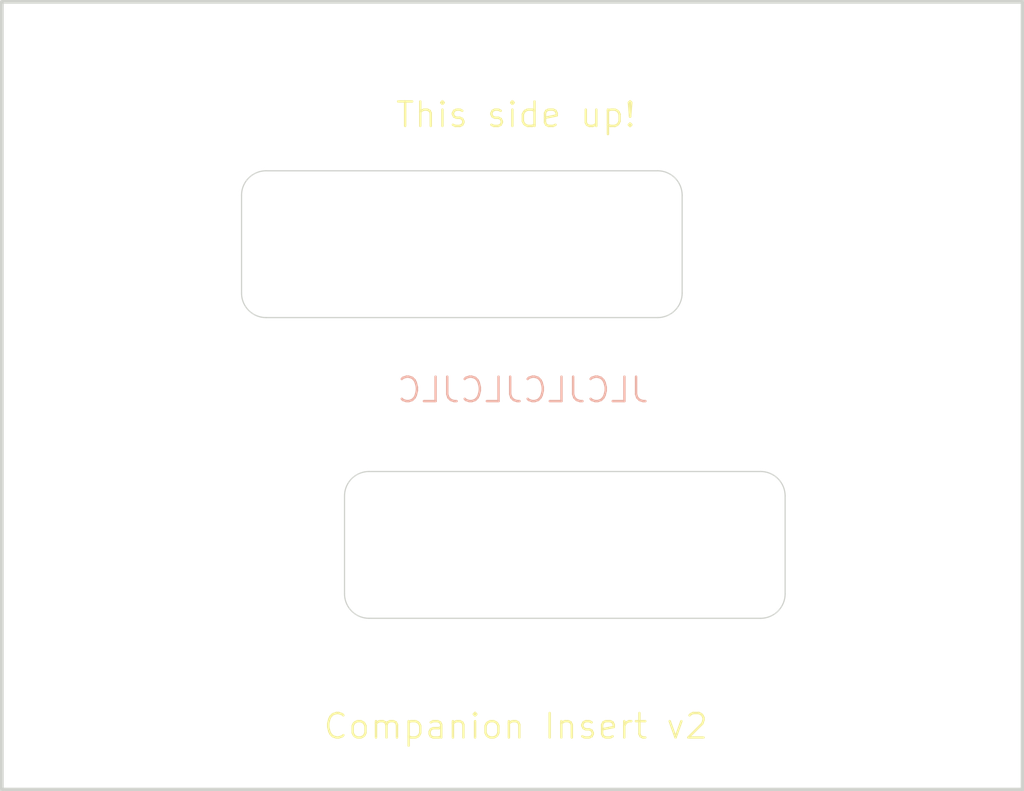
<source format=kicad_pcb>
(kicad_pcb (version 20221018) (generator pcbnew)

  (general
    (thickness 1.6)
  )

  (paper "A4")
  (layers
    (0 "F.Cu" signal)
    (31 "B.Cu" signal)
    (32 "B.Adhes" user "B.Adhesive")
    (33 "F.Adhes" user "F.Adhesive")
    (34 "B.Paste" user)
    (35 "F.Paste" user)
    (36 "B.SilkS" user "B.Silkscreen")
    (37 "F.SilkS" user "F.Silkscreen")
    (38 "B.Mask" user)
    (39 "F.Mask" user)
    (40 "Dwgs.User" user "User.Drawings")
    (41 "Cmts.User" user "User.Comments")
    (42 "Eco1.User" user "User.Eco1")
    (44 "Edge.Cuts" user)
    (45 "Margin" user)
    (46 "B.CrtYd" user "B.Courtyard")
    (47 "F.CrtYd" user "F.Courtyard")
    (48 "B.Fab" user)
    (49 "F.Fab" user)
  )

  (setup
    (stackup
      (layer "F.SilkS" (type "Top Silk Screen"))
      (layer "F.Paste" (type "Top Solder Paste"))
      (layer "F.Mask" (type "Top Solder Mask") (thickness 0.01))
      (layer "F.Cu" (type "copper") (thickness 0.035))
      (layer "dielectric 1" (type "core") (thickness 1.51) (material "FR4") (epsilon_r 4.5) (loss_tangent 0.02))
      (layer "B.Cu" (type "copper") (thickness 0.035))
      (layer "B.Mask" (type "Bottom Solder Mask") (thickness 0.01))
      (layer "B.Paste" (type "Bottom Solder Paste"))
      (layer "B.SilkS" (type "Bottom Silk Screen"))
      (copper_finish "None")
      (dielectric_constraints no)
    )
    (pad_to_mask_clearance 0.05)
    (solder_mask_min_width 0.2)
    (allow_soldermask_bridges_in_footprints yes)
    (aux_axis_origin 99.2 136.8)
    (grid_origin 99.2 136.8)
    (pcbplotparams
      (layerselection 0x00010fc_ffffffff)
      (plot_on_all_layers_selection 0x0000000_00000000)
      (disableapertmacros false)
      (usegerberextensions false)
      (usegerberattributes false)
      (usegerberadvancedattributes false)
      (creategerberjobfile false)
      (dashed_line_dash_ratio 12.000000)
      (dashed_line_gap_ratio 3.000000)
      (svgprecision 6)
      (plotframeref false)
      (viasonmask false)
      (mode 1)
      (useauxorigin false)
      (hpglpennumber 1)
      (hpglpenspeed 20)
      (hpglpendiameter 15.000000)
      (dxfpolygonmode true)
      (dxfimperialunits true)
      (dxfusepcbnewfont true)
      (psnegative false)
      (psa4output false)
      (plotreference true)
      (plotvalue false)
      (plotinvisibletext false)
      (sketchpadsonfab false)
      (subtractmaskfromsilk true)
      (outputformat 1)
      (mirror false)
      (drillshape 0)
      (scaleselection 1)
      (outputdirectory "./gerber-case")
    )
  )

  (net 0 "")

  (gr_line (start 140.9 136.8) (end 140.9 104.6)
    (stroke (width 0.15) (type solid)) (layer "Edge.Cuts") (tstamp 00000000-0000-0000-0000-00005c1ade13))
  (gr_line (start 131.2 128.8) (end 131.2 124.8)
    (stroke (width 0.05) (type default)) (layer "Edge.Cuts") (tstamp 0ffe1150-1ff3-49e5-b351-48f945795b22))
  (gr_line (start 125.992893 111.507107) (end 109.992893 111.507107)
    (stroke (width 0.05) (type default)) (layer "Edge.Cuts") (tstamp 19ee5ab6-3444-4c3d-8450-a4b570c9ac0f))
  (gr_line (start 109.992893 117.507107) (end 125.992893 117.507107)
    (stroke (width 0.05) (type default)) (layer "Edge.Cuts") (tstamp 1b06ed7e-00d5-45ac-acba-3af634052da8))
  (gr_arc (start 109.992893 117.507107) (mid 109.285786 117.214214) (end 108.992893 116.507107)
    (stroke (width 0.05) (type default)) (layer "Edge.Cuts") (tstamp 337b034f-a44b-4f8a-a828-80329e42b87b))
  (gr_line (start 108.992893 112.507107) (end 108.992893 116.507107)
    (stroke (width 0.05) (type default)) (layer "Edge.Cuts") (tstamp 367738ef-2ba3-44d6-84c7-8a0c4868797c))
  (gr_arc (start 113.2 124.8) (mid 113.492893 124.092893) (end 114.2 123.8)
    (stroke (width 0.05) (type default)) (layer "Edge.Cuts") (tstamp 3e758106-3f30-4c0e-a225-59eb34b6fde6))
  (gr_line (start 99.2 136.8) (end 140.9 136.8)
    (stroke (width 0.15) (type solid)) (layer "Edge.Cuts") (tstamp 554bd954-f976-4f28-aee1-7c9254bac3cc))
  (gr_arc (start 131.2 128.8) (mid 130.907107 129.507107) (end 130.2 129.8)
    (stroke (width 0.05) (type default)) (layer "Edge.Cuts") (tstamp 5fc003a8-fd64-48ac-9102-1a200fb6ee4a))
  (gr_arc (start 126.992893 116.507107) (mid 126.7 117.214214) (end 125.992893 117.507107)
    (stroke (width 0.05) (type default)) (layer "Edge.Cuts") (tstamp 65a8d685-4fe2-428a-b688-71a94437c768))
  (gr_arc (start 130.2 123.8) (mid 130.907107 124.092893) (end 131.2 124.8)
    (stroke (width 0.05) (type default)) (layer "Edge.Cuts") (tstamp 7aaf21dc-ae0e-4eb1-aedd-1049de843601))
  (gr_line (start 126.992893 116.507107) (end 126.992893 112.507107)
    (stroke (width 0.05) (type default)) (layer "Edge.Cuts") (tstamp 7b8946f0-a6fe-41f1-859d-19a08d8f8699))
  (gr_line (start 113.2 124.8) (end 113.2 128.8)
    (stroke (width 0.05) (type default)) (layer "Edge.Cuts") (tstamp 83e7a4c6-c40a-41d3-8159-1fe2327e2273))
  (gr_line (start 99.2 104.6) (end 140.9 104.6)
    (stroke (width 0.15) (type solid)) (layer "Edge.Cuts") (tstamp 937b79f6-2fe1-4390-a74c-e79285012a48))
  (gr_arc (start 114.2 129.8) (mid 113.492893 129.507107) (end 113.2 128.8)
    (stroke (width 0.05) (type default)) (layer "Edge.Cuts") (tstamp 989af429-3446-4171-bb8a-53e618c072d6))
  (gr_arc (start 125.992893 111.507107) (mid 126.7 111.8) (end 126.992893 112.507107)
    (stroke (width 0.05) (type default)) (layer "Edge.Cuts") (tstamp a98a2825-9df4-4545-947b-6be88064d9f4))
  (gr_line (start 114.2 129.8) (end 130.2 129.8)
    (stroke (width 0.05) (type default)) (layer "Edge.Cuts") (tstamp dc019076-b8df-4aeb-bbd1-481ef032eca0))
  (gr_line (start 99.2 136.8) (end 99.2 104.6)
    (stroke (width 0.15) (type solid)) (layer "Edge.Cuts") (tstamp dc7f0907-af61-48f3-942e-d6cfc958081e))
  (gr_line (start 130.2 123.8) (end 114.2 123.8)
    (stroke (width 0.05) (type default)) (layer "Edge.Cuts") (tstamp e331c215-22b3-4d15-9012-e7829203e2bb))
  (gr_arc (start 108.992893 112.507107) (mid 109.285786 111.8) (end 109.992893 111.507107)
    (stroke (width 0.05) (type default)) (layer "Edge.Cuts") (tstamp eef273b4-9d19-4475-b769-9766dd44ebf3))
  (gr_text "JLCJLCJLCJLC" (at 125.7 121.05) (layer "B.SilkS") (tstamp a9f65bb4-2b5e-410f-b7ed-1107b2cda000)
    (effects (font (size 1 1) (thickness 0.1)) (justify left bottom mirror))
  )
  (gr_text "Companion Insert v2" (at 120.2 134.8) (layer "F.SilkS") (tstamp 09d9eb8e-b97c-4d35-b9f9-cffc620a8e65)
    (effects (font (size 1 1) (thickness 0.1)) (justify bottom))
  )
  (gr_text "This side up!" (at 120.2 109.8) (layer "F.SilkS") (tstamp 0c3a713e-28b0-41aa-9a59-0d7ac8cf004b)
    (effects (font (size 1 1) (thickness 0.1)) (justify bottom))
  )

  (group "" (id 2f333830-79dc-41ab-8404-a78e7f3ddbfb)
    (members
      19ee5ab6-3444-4c3d-8450-a4b570c9ac0f
      1b06ed7e-00d5-45ac-acba-3af634052da8
      337b034f-a44b-4f8a-a828-80329e42b87b
      367738ef-2ba3-44d6-84c7-8a0c4868797c
      65a8d685-4fe2-428a-b688-71a94437c768
      7b8946f0-a6fe-41f1-859d-19a08d8f8699
      a98a2825-9df4-4545-947b-6be88064d9f4
      eef273b4-9d19-4475-b769-9766dd44ebf3
    )
  )
  (group "" (id efbafa80-c720-4f08-8339-95c56c027c81)
    (members
      0ffe1150-1ff3-49e5-b351-48f945795b22
      3e758106-3f30-4c0e-a225-59eb34b6fde6
      5fc003a8-fd64-48ac-9102-1a200fb6ee4a
      7aaf21dc-ae0e-4eb1-aedd-1049de843601
      83e7a4c6-c40a-41d3-8159-1fe2327e2273
      989af429-3446-4171-bb8a-53e618c072d6
      dc019076-b8df-4aeb-bbd1-481ef032eca0
      e331c215-22b3-4d15-9012-e7829203e2bb
    )
  )
)

</source>
